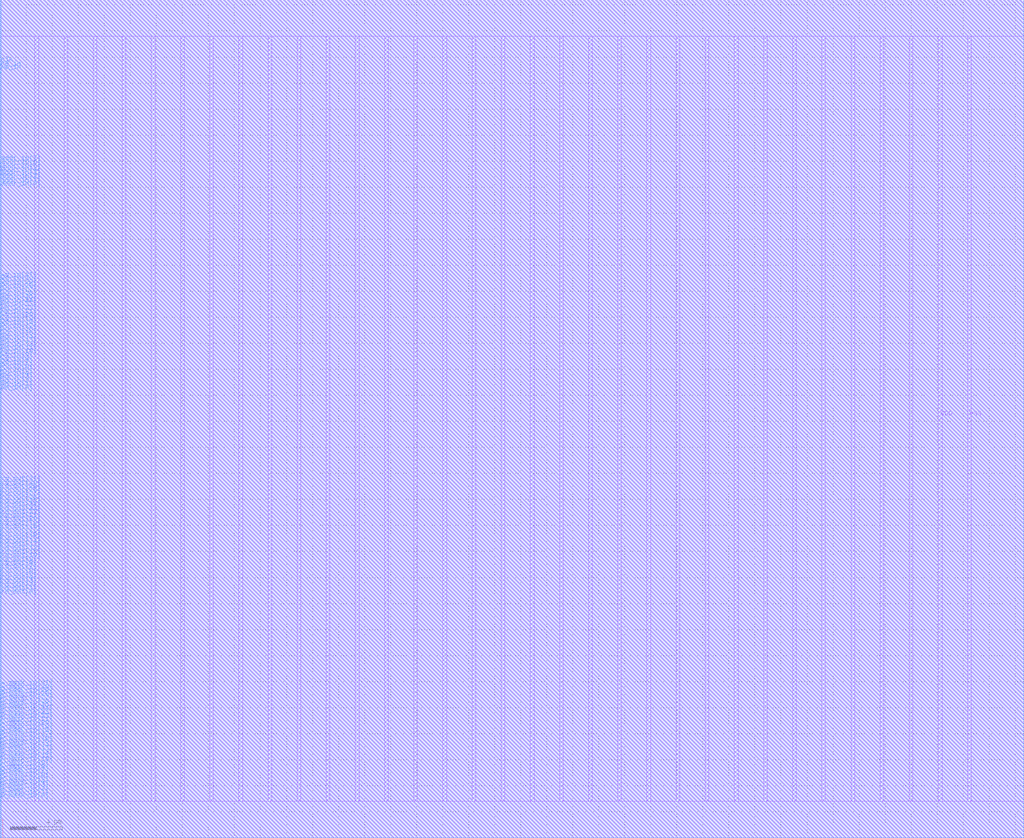
<source format=lef>
VERSION 5.7 ;
BUSBITCHARS "[]" ;
MACRO fakeram45_256x32_bottom
  FOREIGN fakeram45_256x32_bottom 0 0 ;
  SYMMETRY X Y R90 ;
  SIZE 0.19 BY 1.4 ;
  CLASS BLOCK ;
  PIN w_mask_in[0]
    DIRECTION INPUT ;
    USE SIGNAL ;
    SHAPE ABUTMENT ;
    PORT
      LAYER metal3 ;
      RECT 0.000 2.800 0.070 2.870 ;
    END
  END w_mask_in[0]
  PIN w_mask_in[1]
    DIRECTION INPUT ;
    USE SIGNAL ;
    SHAPE ABUTMENT ;
    PORT
      LAYER metal3 ;
      RECT 0.000 3.080 0.070 3.150 ;
    END
  END w_mask_in[1]
  PIN w_mask_in[2]
    DIRECTION INPUT ;
    USE SIGNAL ;
    SHAPE ABUTMENT ;
    PORT
      LAYER metal3 ;
      RECT 0.000 3.360 0.070 3.430 ;
    END
  END w_mask_in[2]
  PIN w_mask_in[3]
    DIRECTION INPUT ;
    USE SIGNAL ;
    SHAPE ABUTMENT ;
    PORT
      LAYER metal3 ;
      RECT 0.000 3.640 0.070 3.710 ;
    END
  END w_mask_in[3]
  PIN w_mask_in[4]
    DIRECTION INPUT ;
    USE SIGNAL ;
    SHAPE ABUTMENT ;
    PORT
      LAYER metal3 ;
      RECT 0.000 3.920 0.070 3.990 ;
    END
  END w_mask_in[4]
  PIN w_mask_in[5]
    DIRECTION INPUT ;
    USE SIGNAL ;
    SHAPE ABUTMENT ;
    PORT
      LAYER metal3 ;
      RECT 0.000 4.200 0.070 4.270 ;
    END
  END w_mask_in[5]
  PIN w_mask_in[6]
    DIRECTION INPUT ;
    USE SIGNAL ;
    SHAPE ABUTMENT ;
    PORT
      LAYER metal3 ;
      RECT 0.000 4.480 0.070 4.550 ;
    END
  END w_mask_in[6]
  PIN w_mask_in[7]
    DIRECTION INPUT ;
    USE SIGNAL ;
    SHAPE ABUTMENT ;
    PORT
      LAYER metal3 ;
      RECT 0.000 4.760 0.070 4.830 ;
    END
  END w_mask_in[7]
  PIN w_mask_in[8]
    DIRECTION INPUT ;
    USE SIGNAL ;
    SHAPE ABUTMENT ;
    PORT
      LAYER metal3 ;
      RECT 0.000 5.040 0.070 5.110 ;
    END
  END w_mask_in[8]
  PIN w_mask_in[9]
    DIRECTION INPUT ;
    USE SIGNAL ;
    SHAPE ABUTMENT ;
    PORT
      LAYER metal3 ;
      RECT 0.000 5.320 0.070 5.390 ;
    END
  END w_mask_in[9]
  PIN w_mask_in[10]
    DIRECTION INPUT ;
    USE SIGNAL ;
    SHAPE ABUTMENT ;
    PORT
      LAYER metal3 ;
      RECT 0.000 5.600 0.070 5.670 ;
    END
  END w_mask_in[10]
  PIN w_mask_in[11]
    DIRECTION INPUT ;
    USE SIGNAL ;
    SHAPE ABUTMENT ;
    PORT
      LAYER metal3 ;
      RECT 0.000 5.880 0.070 5.950 ;
    END
  END w_mask_in[11]
  PIN w_mask_in[12]
    DIRECTION INPUT ;
    USE SIGNAL ;
    SHAPE ABUTMENT ;
    PORT
      LAYER metal3 ;
      RECT 0.000 6.160 0.070 6.230 ;
    END
  END w_mask_in[12]
  PIN w_mask_in[13]
    DIRECTION INPUT ;
    USE SIGNAL ;
    SHAPE ABUTMENT ;
    PORT
      LAYER metal3 ;
      RECT 0.000 6.440 0.070 6.510 ;
    END
  END w_mask_in[13]
  PIN w_mask_in[14]
    DIRECTION INPUT ;
    USE SIGNAL ;
    SHAPE ABUTMENT ;
    PORT
      LAYER metal3 ;
      RECT 0.000 6.720 0.070 6.790 ;
    END
  END w_mask_in[14]
  PIN w_mask_in[15]
    DIRECTION INPUT ;
    USE SIGNAL ;
    SHAPE ABUTMENT ;
    PORT
      LAYER metal3 ;
      RECT 0.000 7.000 0.070 7.070 ;
    END
  END w_mask_in[15]
  PIN w_mask_in[16]
    DIRECTION INPUT ;
    USE SIGNAL ;
    SHAPE ABUTMENT ;
    PORT
      LAYER metal3 ;
      RECT 0.000 7.280 0.070 7.350 ;
    END
  END w_mask_in[16]
  PIN w_mask_in[17]
    DIRECTION INPUT ;
    USE SIGNAL ;
    SHAPE ABUTMENT ;
    PORT
      LAYER metal3 ;
      RECT 0.000 7.560 0.070 7.630 ;
    END
  END w_mask_in[17]
  PIN w_mask_in[18]
    DIRECTION INPUT ;
    USE SIGNAL ;
    SHAPE ABUTMENT ;
    PORT
      LAYER metal3 ;
      RECT 0.000 7.840 0.070 7.910 ;
    END
  END w_mask_in[18]
  PIN w_mask_in[19]
    DIRECTION INPUT ;
    USE SIGNAL ;
    SHAPE ABUTMENT ;
    PORT
      LAYER metal3 ;
      RECT 0.000 8.120 0.070 8.190 ;
    END
  END w_mask_in[19]
  PIN w_mask_in[20]
    DIRECTION INPUT ;
    USE SIGNAL ;
    SHAPE ABUTMENT ;
    PORT
      LAYER metal3 ;
      RECT 0.000 8.400 0.070 8.470 ;
    END
  END w_mask_in[20]
  PIN w_mask_in[21]
    DIRECTION INPUT ;
    USE SIGNAL ;
    SHAPE ABUTMENT ;
    PORT
      LAYER metal3 ;
      RECT 0.000 8.680 0.070 8.750 ;
    END
  END w_mask_in[21]
  PIN w_mask_in[22]
    DIRECTION INPUT ;
    USE SIGNAL ;
    SHAPE ABUTMENT ;
    PORT
      LAYER metal3 ;
      RECT 0.000 8.960 0.070 9.030 ;
    END
  END w_mask_in[22]
  PIN w_mask_in[23]
    DIRECTION INPUT ;
    USE SIGNAL ;
    SHAPE ABUTMENT ;
    PORT
      LAYER metal3 ;
      RECT 0.000 9.240 0.070 9.310 ;
    END
  END w_mask_in[23]
  PIN w_mask_in[24]
    DIRECTION INPUT ;
    USE SIGNAL ;
    SHAPE ABUTMENT ;
    PORT
      LAYER metal3 ;
      RECT 0.000 9.520 0.070 9.590 ;
    END
  END w_mask_in[24]
  PIN w_mask_in[25]
    DIRECTION INPUT ;
    USE SIGNAL ;
    SHAPE ABUTMENT ;
    PORT
      LAYER metal3 ;
      RECT 0.000 9.800 0.070 9.870 ;
    END
  END w_mask_in[25]
  PIN w_mask_in[26]
    DIRECTION INPUT ;
    USE SIGNAL ;
    SHAPE ABUTMENT ;
    PORT
      LAYER metal3 ;
      RECT 0.000 10.080 0.070 10.150 ;
    END
  END w_mask_in[26]
  PIN w_mask_in[27]
    DIRECTION INPUT ;
    USE SIGNAL ;
    SHAPE ABUTMENT ;
    PORT
      LAYER metal3 ;
      RECT 0.000 10.360 0.070 10.430 ;
    END
  END w_mask_in[27]
  PIN w_mask_in[28]
    DIRECTION INPUT ;
    USE SIGNAL ;
    SHAPE ABUTMENT ;
    PORT
      LAYER metal3 ;
      RECT 0.000 10.640 0.070 10.710 ;
    END
  END w_mask_in[28]
  PIN w_mask_in[29]
    DIRECTION INPUT ;
    USE SIGNAL ;
    SHAPE ABUTMENT ;
    PORT
      LAYER metal3 ;
      RECT 0.000 10.920 0.070 10.990 ;
    END
  END w_mask_in[29]
  PIN w_mask_in[30]
    DIRECTION INPUT ;
    USE SIGNAL ;
    SHAPE ABUTMENT ;
    PORT
      LAYER metal3 ;
      RECT 0.000 11.200 0.070 11.270 ;
    END
  END w_mask_in[30]
  PIN w_mask_in[31]
    DIRECTION INPUT ;
    USE SIGNAL ;
    SHAPE ABUTMENT ;
    PORT
      LAYER metal3 ;
      RECT 0.000 11.480 0.070 11.550 ;
    END
  END w_mask_in[31]
  PIN rd_out[0]
    DIRECTION OUTPUT ;
    USE SIGNAL ;
    SHAPE ABUTMENT ;
    PORT
      LAYER metal3 ;
      RECT 0.000 18.480 0.070 18.550 ;
    END
  END rd_out[0]
  PIN rd_out[1]
    DIRECTION OUTPUT ;
    USE SIGNAL ;
    SHAPE ABUTMENT ;
    PORT
      LAYER metal3 ;
      RECT 0.000 18.760 0.070 18.830 ;
    END
  END rd_out[1]
  PIN rd_out[2]
    DIRECTION OUTPUT ;
    USE SIGNAL ;
    SHAPE ABUTMENT ;
    PORT
      LAYER metal3 ;
      RECT 0.000 19.040 0.070 19.110 ;
    END
  END rd_out[2]
  PIN rd_out[3]
    DIRECTION OUTPUT ;
    USE SIGNAL ;
    SHAPE ABUTMENT ;
    PORT
      LAYER metal3 ;
      RECT 0.000 19.320 0.070 19.390 ;
    END
  END rd_out[3]
  PIN rd_out[4]
    DIRECTION OUTPUT ;
    USE SIGNAL ;
    SHAPE ABUTMENT ;
    PORT
      LAYER metal3 ;
      RECT 0.000 19.600 0.070 19.670 ;
    END
  END rd_out[4]
  PIN rd_out[5]
    DIRECTION OUTPUT ;
    USE SIGNAL ;
    SHAPE ABUTMENT ;
    PORT
      LAYER metal3 ;
      RECT 0.000 19.880 0.070 19.950 ;
    END
  END rd_out[5]
  PIN rd_out[6]
    DIRECTION OUTPUT ;
    USE SIGNAL ;
    SHAPE ABUTMENT ;
    PORT
      LAYER metal3 ;
      RECT 0.000 20.160 0.070 20.230 ;
    END
  END rd_out[6]
  PIN rd_out[7]
    DIRECTION OUTPUT ;
    USE SIGNAL ;
    SHAPE ABUTMENT ;
    PORT
      LAYER metal3 ;
      RECT 0.000 20.440 0.070 20.510 ;
    END
  END rd_out[7]
  PIN rd_out[8]
    DIRECTION OUTPUT ;
    USE SIGNAL ;
    SHAPE ABUTMENT ;
    PORT
      LAYER metal3 ;
      RECT 0.000 20.720 0.070 20.790 ;
    END
  END rd_out[8]
  PIN rd_out[9]
    DIRECTION OUTPUT ;
    USE SIGNAL ;
    SHAPE ABUTMENT ;
    PORT
      LAYER metal3 ;
      RECT 0.000 21.000 0.070 21.070 ;
    END
  END rd_out[9]
  PIN rd_out[10]
    DIRECTION OUTPUT ;
    USE SIGNAL ;
    SHAPE ABUTMENT ;
    PORT
      LAYER metal3 ;
      RECT 0.000 21.280 0.070 21.350 ;
    END
  END rd_out[10]
  PIN rd_out[11]
    DIRECTION OUTPUT ;
    USE SIGNAL ;
    SHAPE ABUTMENT ;
    PORT
      LAYER metal3 ;
      RECT 0.000 21.560 0.070 21.630 ;
    END
  END rd_out[11]
  PIN rd_out[12]
    DIRECTION OUTPUT ;
    USE SIGNAL ;
    SHAPE ABUTMENT ;
    PORT
      LAYER metal3 ;
      RECT 0.000 21.840 0.070 21.910 ;
    END
  END rd_out[12]
  PIN rd_out[13]
    DIRECTION OUTPUT ;
    USE SIGNAL ;
    SHAPE ABUTMENT ;
    PORT
      LAYER metal3 ;
      RECT 0.000 22.120 0.070 22.190 ;
    END
  END rd_out[13]
  PIN rd_out[14]
    DIRECTION OUTPUT ;
    USE SIGNAL ;
    SHAPE ABUTMENT ;
    PORT
      LAYER metal3 ;
      RECT 0.000 22.400 0.070 22.470 ;
    END
  END rd_out[14]
  PIN rd_out[15]
    DIRECTION OUTPUT ;
    USE SIGNAL ;
    SHAPE ABUTMENT ;
    PORT
      LAYER metal3 ;
      RECT 0.000 22.680 0.070 22.750 ;
    END
  END rd_out[15]
  PIN rd_out[16]
    DIRECTION OUTPUT ;
    USE SIGNAL ;
    SHAPE ABUTMENT ;
    PORT
      LAYER metal3 ;
      RECT 0.000 22.960 0.070 23.030 ;
    END
  END rd_out[16]
  PIN rd_out[17]
    DIRECTION OUTPUT ;
    USE SIGNAL ;
    SHAPE ABUTMENT ;
    PORT
      LAYER metal3 ;
      RECT 0.000 23.240 0.070 23.310 ;
    END
  END rd_out[17]
  PIN rd_out[18]
    DIRECTION OUTPUT ;
    USE SIGNAL ;
    SHAPE ABUTMENT ;
    PORT
      LAYER metal3 ;
      RECT 0.000 23.520 0.070 23.590 ;
    END
  END rd_out[18]
  PIN rd_out[19]
    DIRECTION OUTPUT ;
    USE SIGNAL ;
    SHAPE ABUTMENT ;
    PORT
      LAYER metal3 ;
      RECT 0.000 23.800 0.070 23.870 ;
    END
  END rd_out[19]
  PIN rd_out[20]
    DIRECTION OUTPUT ;
    USE SIGNAL ;
    SHAPE ABUTMENT ;
    PORT
      LAYER metal3 ;
      RECT 0.000 24.080 0.070 24.150 ;
    END
  END rd_out[20]
  PIN rd_out[21]
    DIRECTION OUTPUT ;
    USE SIGNAL ;
    SHAPE ABUTMENT ;
    PORT
      LAYER metal3 ;
      RECT 0.000 24.360 0.070 24.430 ;
    END
  END rd_out[21]
  PIN rd_out[22]
    DIRECTION OUTPUT ;
    USE SIGNAL ;
    SHAPE ABUTMENT ;
    PORT
      LAYER metal3 ;
      RECT 0.000 24.640 0.070 24.710 ;
    END
  END rd_out[22]
  PIN rd_out[23]
    DIRECTION OUTPUT ;
    USE SIGNAL ;
    SHAPE ABUTMENT ;
    PORT
      LAYER metal3 ;
      RECT 0.000 24.920 0.070 24.990 ;
    END
  END rd_out[23]
  PIN rd_out[24]
    DIRECTION OUTPUT ;
    USE SIGNAL ;
    SHAPE ABUTMENT ;
    PORT
      LAYER metal3 ;
      RECT 0.000 25.200 0.070 25.270 ;
    END
  END rd_out[24]
  PIN rd_out[25]
    DIRECTION OUTPUT ;
    USE SIGNAL ;
    SHAPE ABUTMENT ;
    PORT
      LAYER metal3 ;
      RECT 0.000 25.480 0.070 25.550 ;
    END
  END rd_out[25]
  PIN rd_out[26]
    DIRECTION OUTPUT ;
    USE SIGNAL ;
    SHAPE ABUTMENT ;
    PORT
      LAYER metal3 ;
      RECT 0.000 25.760 0.070 25.830 ;
    END
  END rd_out[26]
  PIN rd_out[27]
    DIRECTION OUTPUT ;
    USE SIGNAL ;
    SHAPE ABUTMENT ;
    PORT
      LAYER metal3 ;
      RECT 0.000 26.040 0.070 26.110 ;
    END
  END rd_out[27]
  PIN rd_out[28]
    DIRECTION OUTPUT ;
    USE SIGNAL ;
    SHAPE ABUTMENT ;
    PORT
      LAYER metal3 ;
      RECT 0.000 26.320 0.070 26.390 ;
    END
  END rd_out[28]
  PIN rd_out[29]
    DIRECTION OUTPUT ;
    USE SIGNAL ;
    SHAPE ABUTMENT ;
    PORT
      LAYER metal3 ;
      RECT 0.000 26.600 0.070 26.670 ;
    END
  END rd_out[29]
  PIN rd_out[30]
    DIRECTION OUTPUT ;
    USE SIGNAL ;
    SHAPE ABUTMENT ;
    PORT
      LAYER metal3 ;
      RECT 0.000 26.880 0.070 26.950 ;
    END
  END rd_out[30]
  PIN rd_out[31]
    DIRECTION OUTPUT ;
    USE SIGNAL ;
    SHAPE ABUTMENT ;
    PORT
      LAYER metal3 ;
      RECT 0.000 27.160 0.070 27.230 ;
    END
  END rd_out[31]
  PIN wd_in[0]
    DIRECTION INPUT ;
    USE SIGNAL ;
    SHAPE ABUTMENT ;
    PORT
      LAYER metal3 ;
      RECT 0.000 34.160 0.070 34.230 ;
    END
  END wd_in[0]
  PIN wd_in[1]
    DIRECTION INPUT ;
    USE SIGNAL ;
    SHAPE ABUTMENT ;
    PORT
      LAYER metal3 ;
      RECT 0.000 34.440 0.070 34.510 ;
    END
  END wd_in[1]
  PIN wd_in[2]
    DIRECTION INPUT ;
    USE SIGNAL ;
    SHAPE ABUTMENT ;
    PORT
      LAYER metal3 ;
      RECT 0.000 34.720 0.070 34.790 ;
    END
  END wd_in[2]
  PIN wd_in[3]
    DIRECTION INPUT ;
    USE SIGNAL ;
    SHAPE ABUTMENT ;
    PORT
      LAYER metal3 ;
      RECT 0.000 35.000 0.070 35.070 ;
    END
  END wd_in[3]
  PIN wd_in[4]
    DIRECTION INPUT ;
    USE SIGNAL ;
    SHAPE ABUTMENT ;
    PORT
      LAYER metal3 ;
      RECT 0.000 35.280 0.070 35.350 ;
    END
  END wd_in[4]
  PIN wd_in[5]
    DIRECTION INPUT ;
    USE SIGNAL ;
    SHAPE ABUTMENT ;
    PORT
      LAYER metal3 ;
      RECT 0.000 35.560 0.070 35.630 ;
    END
  END wd_in[5]
  PIN wd_in[6]
    DIRECTION INPUT ;
    USE SIGNAL ;
    SHAPE ABUTMENT ;
    PORT
      LAYER metal3 ;
      RECT 0.000 35.840 0.070 35.910 ;
    END
  END wd_in[6]
  PIN wd_in[7]
    DIRECTION INPUT ;
    USE SIGNAL ;
    SHAPE ABUTMENT ;
    PORT
      LAYER metal3 ;
      RECT 0.000 36.120 0.070 36.190 ;
    END
  END wd_in[7]
  PIN wd_in[8]
    DIRECTION INPUT ;
    USE SIGNAL ;
    SHAPE ABUTMENT ;
    PORT
      LAYER metal3 ;
      RECT 0.000 36.400 0.070 36.470 ;
    END
  END wd_in[8]
  PIN wd_in[9]
    DIRECTION INPUT ;
    USE SIGNAL ;
    SHAPE ABUTMENT ;
    PORT
      LAYER metal3 ;
      RECT 0.000 36.680 0.070 36.750 ;
    END
  END wd_in[9]
  PIN wd_in[10]
    DIRECTION INPUT ;
    USE SIGNAL ;
    SHAPE ABUTMENT ;
    PORT
      LAYER metal3 ;
      RECT 0.000 36.960 0.070 37.030 ;
    END
  END wd_in[10]
  PIN wd_in[11]
    DIRECTION INPUT ;
    USE SIGNAL ;
    SHAPE ABUTMENT ;
    PORT
      LAYER metal3 ;
      RECT 0.000 37.240 0.070 37.310 ;
    END
  END wd_in[11]
  PIN wd_in[12]
    DIRECTION INPUT ;
    USE SIGNAL ;
    SHAPE ABUTMENT ;
    PORT
      LAYER metal3 ;
      RECT 0.000 37.520 0.070 37.590 ;
    END
  END wd_in[12]
  PIN wd_in[13]
    DIRECTION INPUT ;
    USE SIGNAL ;
    SHAPE ABUTMENT ;
    PORT
      LAYER metal3 ;
      RECT 0.000 37.800 0.070 37.870 ;
    END
  END wd_in[13]
  PIN wd_in[14]
    DIRECTION INPUT ;
    USE SIGNAL ;
    SHAPE ABUTMENT ;
    PORT
      LAYER metal3 ;
      RECT 0.000 38.080 0.070 38.150 ;
    END
  END wd_in[14]
  PIN wd_in[15]
    DIRECTION INPUT ;
    USE SIGNAL ;
    SHAPE ABUTMENT ;
    PORT
      LAYER metal3 ;
      RECT 0.000 38.360 0.070 38.430 ;
    END
  END wd_in[15]
  PIN wd_in[16]
    DIRECTION INPUT ;
    USE SIGNAL ;
    SHAPE ABUTMENT ;
    PORT
      LAYER metal3 ;
      RECT 0.000 38.640 0.070 38.710 ;
    END
  END wd_in[16]
  PIN wd_in[17]
    DIRECTION INPUT ;
    USE SIGNAL ;
    SHAPE ABUTMENT ;
    PORT
      LAYER metal3 ;
      RECT 0.000 38.920 0.070 38.990 ;
    END
  END wd_in[17]
  PIN wd_in[18]
    DIRECTION INPUT ;
    USE SIGNAL ;
    SHAPE ABUTMENT ;
    PORT
      LAYER metal3 ;
      RECT 0.000 39.200 0.070 39.270 ;
    END
  END wd_in[18]
  PIN wd_in[19]
    DIRECTION INPUT ;
    USE SIGNAL ;
    SHAPE ABUTMENT ;
    PORT
      LAYER metal3 ;
      RECT 0.000 39.480 0.070 39.550 ;
    END
  END wd_in[19]
  PIN wd_in[20]
    DIRECTION INPUT ;
    USE SIGNAL ;
    SHAPE ABUTMENT ;
    PORT
      LAYER metal3 ;
      RECT 0.000 39.760 0.070 39.830 ;
    END
  END wd_in[20]
  PIN wd_in[21]
    DIRECTION INPUT ;
    USE SIGNAL ;
    SHAPE ABUTMENT ;
    PORT
      LAYER metal3 ;
      RECT 0.000 40.040 0.070 40.110 ;
    END
  END wd_in[21]
  PIN wd_in[22]
    DIRECTION INPUT ;
    USE SIGNAL ;
    SHAPE ABUTMENT ;
    PORT
      LAYER metal3 ;
      RECT 0.000 40.320 0.070 40.390 ;
    END
  END wd_in[22]
  PIN wd_in[23]
    DIRECTION INPUT ;
    USE SIGNAL ;
    SHAPE ABUTMENT ;
    PORT
      LAYER metal3 ;
      RECT 0.000 40.600 0.070 40.670 ;
    END
  END wd_in[23]
  PIN wd_in[24]
    DIRECTION INPUT ;
    USE SIGNAL ;
    SHAPE ABUTMENT ;
    PORT
      LAYER metal3 ;
      RECT 0.000 40.880 0.070 40.950 ;
    END
  END wd_in[24]
  PIN wd_in[25]
    DIRECTION INPUT ;
    USE SIGNAL ;
    SHAPE ABUTMENT ;
    PORT
      LAYER metal3 ;
      RECT 0.000 41.160 0.070 41.230 ;
    END
  END wd_in[25]
  PIN wd_in[26]
    DIRECTION INPUT ;
    USE SIGNAL ;
    SHAPE ABUTMENT ;
    PORT
      LAYER metal3 ;
      RECT 0.000 41.440 0.070 41.510 ;
    END
  END wd_in[26]
  PIN wd_in[27]
    DIRECTION INPUT ;
    USE SIGNAL ;
    SHAPE ABUTMENT ;
    PORT
      LAYER metal3 ;
      RECT 0.000 41.720 0.070 41.790 ;
    END
  END wd_in[27]
  PIN wd_in[28]
    DIRECTION INPUT ;
    USE SIGNAL ;
    SHAPE ABUTMENT ;
    PORT
      LAYER metal3 ;
      RECT 0.000 42.000 0.070 42.070 ;
    END
  END wd_in[28]
  PIN wd_in[29]
    DIRECTION INPUT ;
    USE SIGNAL ;
    SHAPE ABUTMENT ;
    PORT
      LAYER metal3 ;
      RECT 0.000 42.280 0.070 42.350 ;
    END
  END wd_in[29]
  PIN wd_in[30]
    DIRECTION INPUT ;
    USE SIGNAL ;
    SHAPE ABUTMENT ;
    PORT
      LAYER metal3 ;
      RECT 0.000 42.560 0.070 42.630 ;
    END
  END wd_in[30]
  PIN wd_in[31]
    DIRECTION INPUT ;
    USE SIGNAL ;
    SHAPE ABUTMENT ;
    PORT
      LAYER metal3 ;
      RECT 0.000 42.840 0.070 42.910 ;
    END
  END wd_in[31]
  PIN addr_in[0]
    DIRECTION INPUT ;
    USE SIGNAL ;
    SHAPE ABUTMENT ;
    PORT
      LAYER metal3 ;
      RECT 0.000 49.840 0.070 49.910 ;
    END
  END addr_in[0]
  PIN addr_in[1]
    DIRECTION INPUT ;
    USE SIGNAL ;
    SHAPE ABUTMENT ;
    PORT
      LAYER metal3 ;
      RECT 0.000 50.120 0.070 50.190 ;
    END
  END addr_in[1]
  PIN addr_in[2]
    DIRECTION INPUT ;
    USE SIGNAL ;
    SHAPE ABUTMENT ;
    PORT
      LAYER metal3 ;
      RECT 0.000 50.400 0.070 50.470 ;
    END
  END addr_in[2]
  PIN addr_in[3]
    DIRECTION INPUT ;
    USE SIGNAL ;
    SHAPE ABUTMENT ;
    PORT
      LAYER metal3 ;
      RECT 0.000 50.680 0.070 50.750 ;
    END
  END addr_in[3]
  PIN addr_in[4]
    DIRECTION INPUT ;
    USE SIGNAL ;
    SHAPE ABUTMENT ;
    PORT
      LAYER metal3 ;
      RECT 0.000 50.960 0.070 51.030 ;
    END
  END addr_in[4]
  PIN addr_in[5]
    DIRECTION INPUT ;
    USE SIGNAL ;
    SHAPE ABUTMENT ;
    PORT
      LAYER metal3 ;
      RECT 0.000 51.240 0.070 51.310 ;
    END
  END addr_in[5]
  PIN addr_in[6]
    DIRECTION INPUT ;
    USE SIGNAL ;
    SHAPE ABUTMENT ;
    PORT
      LAYER metal3 ;
      RECT 0.000 51.520 0.070 51.590 ;
    END
  END addr_in[6]
  PIN addr_in[7]
    DIRECTION INPUT ;
    USE SIGNAL ;
    SHAPE ABUTMENT ;
    PORT
      LAYER metal3 ;
      RECT 0.000 51.800 0.070 51.870 ;
    END
  END addr_in[7]
  PIN we_in
    DIRECTION INPUT ;
    USE SIGNAL ;
    SHAPE ABUTMENT ;
    PORT
      LAYER metal3 ;
      RECT 0.000 58.800 0.070 58.870 ;
    END
  END we_in
  PIN ce_in
    DIRECTION INPUT ;
    USE SIGNAL ;
    SHAPE ABUTMENT ;
    PORT
      LAYER metal3 ;
      RECT 0.000 59.080 0.070 59.150 ;
    END
  END ce_in
  PIN clk
    DIRECTION INPUT ;
    USE SIGNAL ;
    SHAPE ABUTMENT ;
    PORT
      LAYER metal3 ;
      RECT 0.000 59.360 0.070 59.430 ;
    END
  END clk
  PIN VSS
    DIRECTION INOUT ;
    USE GROUND ;
    PORT
      LAYER metal17 ;
      RECT 2.660 2.800 2.940 61.600 ;
      RECT 7.140 2.800 7.420 61.600 ;
      RECT 11.620 2.800 11.900 61.600 ;
      RECT 16.100 2.800 16.380 61.600 ;
      RECT 20.580 2.800 20.860 61.600 ;
      RECT 25.060 2.800 25.340 61.600 ;
      RECT 29.540 2.800 29.820 61.600 ;
      RECT 34.020 2.800 34.300 61.600 ;
      RECT 38.500 2.800 38.780 61.600 ;
      RECT 42.980 2.800 43.260 61.600 ;
      RECT 47.460 2.800 47.740 61.600 ;
      RECT 51.940 2.800 52.220 61.600 ;
      RECT 56.420 2.800 56.700 61.600 ;
      RECT 60.900 2.800 61.180 61.600 ;
      RECT 65.380 2.800 65.660 61.600 ;
      RECT 69.860 2.800 70.140 61.600 ;
      RECT 74.340 2.800 74.620 61.600 ;
    END
  END VSS
  PIN VDD
    DIRECTION INOUT ;
    USE POWER ;
    PORT
      LAYER metal17 ;
      RECT 4.900 2.800 5.180 61.600 ;
      RECT 9.380 2.800 9.660 61.600 ;
      RECT 13.860 2.800 14.140 61.600 ;
      RECT 18.340 2.800 18.620 61.600 ;
      RECT 22.820 2.800 23.100 61.600 ;
      RECT 27.300 2.800 27.580 61.600 ;
      RECT 31.780 2.800 32.060 61.600 ;
      RECT 36.260 2.800 36.540 61.600 ;
      RECT 40.740 2.800 41.020 61.600 ;
      RECT 45.220 2.800 45.500 61.600 ;
      RECT 49.700 2.800 49.980 61.600 ;
      RECT 54.180 2.800 54.460 61.600 ;
      RECT 58.660 2.800 58.940 61.600 ;
      RECT 63.140 2.800 63.420 61.600 ;
      RECT 67.620 2.800 67.900 61.600 ;
      RECT 72.100 2.800 72.380 61.600 ;
    END
  END VDD
  OBS
    LAYER metal20 ;
    RECT 0 0 78.660 64.400 ;
    LAYER metal19 ;
    RECT 0 0 78.660 64.400 ;
    LAYER metal3 ;
    RECT 0.070 0 78.660 64.400 ;
    RECT 0 0.000 0.070 2.800 ;
    RECT 0 2.870 0.070 3.080 ;
    RECT 0 3.150 0.070 3.360 ;
    RECT 0 3.430 0.070 3.640 ;
    RECT 0 3.710 0.070 3.920 ;
    RECT 0 3.990 0.070 4.200 ;
    RECT 0 4.270 0.070 4.480 ;
    RECT 0 4.550 0.070 4.760 ;
    RECT 0 4.830 0.070 5.040 ;
    RECT 0 5.110 0.070 5.320 ;
    RECT 0 5.390 0.070 5.600 ;
    RECT 0 5.670 0.070 5.880 ;
    RECT 0 5.950 0.070 6.160 ;
    RECT 0 6.230 0.070 6.440 ;
    RECT 0 6.510 0.070 6.720 ;
    RECT 0 6.790 0.070 7.000 ;
    RECT 0 7.070 0.070 7.280 ;
    RECT 0 7.350 0.070 7.560 ;
    RECT 0 7.630 0.070 7.840 ;
    RECT 0 7.910 0.070 8.120 ;
    RECT 0 8.190 0.070 8.400 ;
    RECT 0 8.470 0.070 8.680 ;
    RECT 0 8.750 0.070 8.960 ;
    RECT 0 9.030 0.070 9.240 ;
    RECT 0 9.310 0.070 9.520 ;
    RECT 0 9.590 0.070 9.800 ;
    RECT 0 9.870 0.070 10.080 ;
    RECT 0 10.150 0.070 10.360 ;
    RECT 0 10.430 0.070 10.640 ;
    RECT 0 10.710 0.070 10.920 ;
    RECT 0 10.990 0.070 11.200 ;
    RECT 0 11.270 0.070 11.480 ;
    RECT 0 11.550 0.070 18.480 ;
    RECT 0 18.550 0.070 18.760 ;
    RECT 0 18.830 0.070 19.040 ;
    RECT 0 19.110 0.070 19.320 ;
    RECT 0 19.390 0.070 19.600 ;
    RECT 0 19.670 0.070 19.880 ;
    RECT 0 19.950 0.070 20.160 ;
    RECT 0 20.230 0.070 20.440 ;
    RECT 0 20.510 0.070 20.720 ;
    RECT 0 20.790 0.070 21.000 ;
    RECT 0 21.070 0.070 21.280 ;
    RECT 0 21.350 0.070 21.560 ;
    RECT 0 21.630 0.070 21.840 ;
    RECT 0 21.910 0.070 22.120 ;
    RECT 0 22.190 0.070 22.400 ;
    RECT 0 22.470 0.070 22.680 ;
    RECT 0 22.750 0.070 22.960 ;
    RECT 0 23.030 0.070 23.240 ;
    RECT 0 23.310 0.070 23.520 ;
    RECT 0 23.590 0.070 23.800 ;
    RECT 0 23.870 0.070 24.080 ;
    RECT 0 24.150 0.070 24.360 ;
    RECT 0 24.430 0.070 24.640 ;
    RECT 0 24.710 0.070 24.920 ;
    RECT 0 24.990 0.070 25.200 ;
    RECT 0 25.270 0.070 25.480 ;
    RECT 0 25.550 0.070 25.760 ;
    RECT 0 25.830 0.070 26.040 ;
    RECT 0 26.110 0.070 26.320 ;
    RECT 0 26.390 0.070 26.600 ;
    RECT 0 26.670 0.070 26.880 ;
    RECT 0 26.950 0.070 27.160 ;
    RECT 0 27.230 0.070 34.160 ;
    RECT 0 34.230 0.070 34.440 ;
    RECT 0 34.510 0.070 34.720 ;
    RECT 0 34.790 0.070 35.000 ;
    RECT 0 35.070 0.070 35.280 ;
    RECT 0 35.350 0.070 35.560 ;
    RECT 0 35.630 0.070 35.840 ;
    RECT 0 35.910 0.070 36.120 ;
    RECT 0 36.190 0.070 36.400 ;
    RECT 0 36.470 0.070 36.680 ;
    RECT 0 36.750 0.070 36.960 ;
    RECT 0 37.030 0.070 37.240 ;
    RECT 0 37.310 0.070 37.520 ;
    RECT 0 37.590 0.070 37.800 ;
    RECT 0 37.870 0.070 38.080 ;
    RECT 0 38.150 0.070 38.360 ;
    RECT 0 38.430 0.070 38.640 ;
    RECT 0 38.710 0.070 38.920 ;
    RECT 0 38.990 0.070 39.200 ;
    RECT 0 39.270 0.070 39.480 ;
    RECT 0 39.550 0.070 39.760 ;
    RECT 0 39.830 0.070 40.040 ;
    RECT 0 40.110 0.070 40.320 ;
    RECT 0 40.390 0.070 40.600 ;
    RECT 0 40.670 0.070 40.880 ;
    RECT 0 40.950 0.070 41.160 ;
    RECT 0 41.230 0.070 41.440 ;
    RECT 0 41.510 0.070 41.720 ;
    RECT 0 41.790 0.070 42.000 ;
    RECT 0 42.070 0.070 42.280 ;
    RECT 0 42.350 0.070 42.560 ;
    RECT 0 42.630 0.070 42.840 ;
    RECT 0 42.910 0.070 49.840 ;
    RECT 0 49.910 0.070 50.120 ;
    RECT 0 50.190 0.070 50.400 ;
    RECT 0 50.470 0.070 50.680 ;
    RECT 0 50.750 0.070 50.960 ;
    RECT 0 51.030 0.070 51.240 ;
    RECT 0 51.310 0.070 51.520 ;
    RECT 0 51.590 0.070 51.800 ;
    RECT 0 51.870 0.070 58.800 ;
    RECT 0 58.870 0.070 59.080 ;
    RECT 0 59.150 0.070 59.360 ;
    RECT 0 59.430 0.070 64.400 ;
    LAYER metal17 ;
    RECT 0 0 78.660 2.800 ;
    RECT 0 61.600 78.660 64.400 ;
    RECT 0.000 2.800 2.660 61.600 ;
    RECT 2.940 2.800 4.900 61.600 ;
    RECT 5.180 2.800 7.140 61.600 ;
    RECT 7.420 2.800 9.380 61.600 ;
    RECT 9.660 2.800 11.620 61.600 ;
    RECT 11.900 2.800 13.860 61.600 ;
    RECT 14.140 2.800 16.100 61.600 ;
    RECT 16.380 2.800 18.340 61.600 ;
    RECT 18.620 2.800 20.580 61.600 ;
    RECT 20.860 2.800 22.820 61.600 ;
    RECT 23.100 2.800 25.060 61.600 ;
    RECT 25.340 2.800 27.300 61.600 ;
    RECT 27.580 2.800 29.540 61.600 ;
    RECT 29.820 2.800 31.780 61.600 ;
    RECT 32.060 2.800 34.020 61.600 ;
    RECT 34.300 2.800 36.260 61.600 ;
    RECT 36.540 2.800 38.500 61.600 ;
    RECT 38.780 2.800 40.740 61.600 ;
    RECT 41.020 2.800 42.980 61.600 ;
    RECT 43.260 2.800 45.220 61.600 ;
    RECT 45.500 2.800 47.460 61.600 ;
    RECT 47.740 2.800 49.700 61.600 ;
    RECT 49.980 2.800 51.940 61.600 ;
    RECT 52.220 2.800 54.180 61.600 ;
    RECT 54.460 2.800 56.420 61.600 ;
    RECT 56.700 2.800 58.660 61.600 ;
    RECT 58.940 2.800 60.900 61.600 ;
    RECT 61.180 2.800 63.140 61.600 ;
    RECT 63.420 2.800 65.380 61.600 ;
    RECT 65.660 2.800 67.620 61.600 ;
    RECT 67.900 2.800 69.860 61.600 ;
    RECT 70.140 2.800 72.100 61.600 ;
    RECT 72.380 2.800 74.340 61.600 ;
    RECT 74.620 2.800 78.660 61.600 ;
  END
END fakeram45_256x32_bottom

END LIBRARY

</source>
